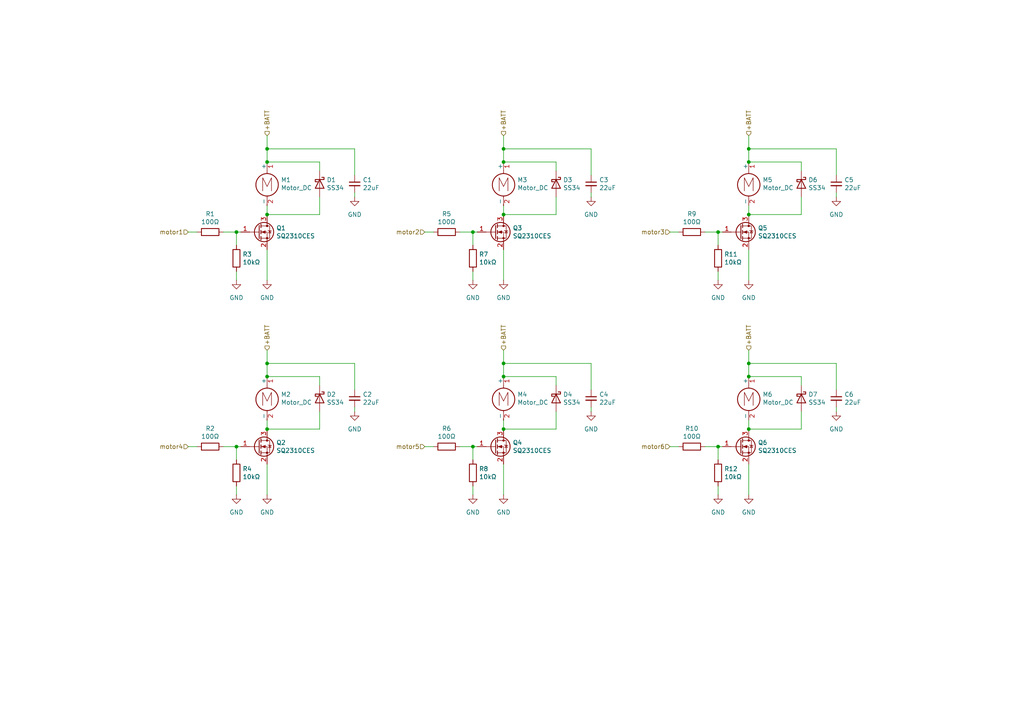
<source format=kicad_sch>
(kicad_sch (version 20231120) (generator "eeschema") (generator_version "8.0")
  (paper "A4")
  (lib_symbols
    (symbol "Device:C_Small" (pin_numbers hide) (pin_names (offset 0.254) hide)
      (property "Reference" "C" (at 0.254 1.778 0))
      (property "Value" "C_Small" (at 0.254 -2.032 0))
      (symbol "C_Small_0_1"
        (polyline (pts (xy -1.524 -0.508) (xy 1.524 -0.508)) (stroke (width 0.3302)))
        (polyline (pts (xy -1.524 0.508) (xy 1.524 0.508)) (stroke (width 0.3048)))
      )
      (symbol "C_Small_1_1"
        (pin passive line (at 0 2.54 270) (length 2.032) (name "~") (number "1"))
        (pin passive line (at 0 -2.54 90) (length 2.032) (name "~") (number "2"))
      )
    )
    (symbol "Device:D_Schottky" (pin_numbers hide) (pin_names (offset 1.016) hide)
      (property "Reference" "D" (at 0 2.54 0))
      (property "Value" "D_Schottky" (at 0 -2.54 0))
      (symbol "D_Schottky_0_1"
        (polyline (pts (xy 1.27 0) (xy -1.27 0)))
        (polyline (pts (xy 1.27 1.27) (xy 1.27 -1.27) (xy -1.27 0) (xy 1.27 1.27)) (stroke (width 0.254)))
        (polyline (pts (xy -1.905 0.635) (xy -1.905 1.27) (xy -1.27 1.27) (xy -1.27 -1.27) (xy -0.635 -1.27) (xy -0.635 -0.635)) (stroke (width 0.254)))
      )
      (symbol "D_Schottky_1_1"
        (pin passive line (at -3.81 0 0) (length 2.54) (name "K") (number "1"))
        (pin passive line (at 3.81 0 180) (length 2.54) (name "A") (number "2"))
      )
    )
    (symbol "Device:R" (pin_numbers hide) (pin_names (offset 0))
      (property "Reference" "R" (at 2.032 0 90))
      (property "Value" "R" (at 0 0 90))
      (symbol "R_0_1"
        (rectangle (start -1.016 -2.54) (end 1.016 2.54) (stroke (width 0.254)))
      )
      (symbol "R_1_1"
        (pin passive line (at 0 3.81 270) (length 1.27) (name "~") (number "1"))
        (pin passive line (at 0 -3.81 90) (length 1.27) (name "~") (number "2"))
      )
    )
    (symbol "GND_1" (power) (pin_numbers hide) (pin_names (offset 0) hide)
      (property "Value" "GND" (at 0 -3.81 0))
      (symbol "GND_1_0_1"
        (polyline (pts (xy 0 0) (xy 0 -1.27) (xy 1.27 -1.27) (xy 0 -2.54) (xy -1.27 -1.27) (xy 0 -1.27)))
      )
      (symbol "GND_1_1_1"
        (pin power_in line (at 0 0 270) (length 0) (name "~") (number "1"))
      )
    )
    (symbol "Motor:Motor_DC" (pin_names (offset 0))
      (property "Reference" "M" (at 2.54 2.54 0))
      (property "Value" "Motor_DC" (at 2.54 -5.08 0))
      (symbol "Motor_DC_0_0"
        (polyline (pts (xy -1.27 -3.302) (xy -1.27 0.508) (xy 0 -2.032) (xy 1.27 0.508) (xy 1.27 -3.302)))
      )
      (symbol "Motor_DC_0_1"
        (circle (center 0 -1.524) (radius 3.2512) (stroke (width 0.254)))
        (polyline (pts (xy 0 -7.62) (xy 0 -7.112)))
        (polyline (pts (xy 0 -4.7752) (xy 0 -5.1816)))
        (polyline (pts (xy 0 1.7272) (xy 0 2.0828)))
        (polyline (pts (xy 0 2.032) (xy 0 2.54)))
      )
      (symbol "Motor_DC_1_1"
        (pin passive line (at 0 5.08 270) (length 2.54) (name "+") (number "1"))
        (pin passive line (at 0 -7.62 90) (length 2.54) (name "-") (number "2"))
      )
    )
    (symbol "Transistor_FET:IRLML0030" (pin_names hide)
      (property "Reference" "Q" (at 5.08 1.905 0))
      (property "Value" "IRLML0030" (at 5.08 0 0))
      (symbol "IRLML0030_0_1"
        (polyline (pts (xy 0.254 0) (xy -2.54 0)))
        (polyline (pts (xy 0.254 1.905) (xy 0.254 -1.905)) (stroke (width 0.254)))
        (polyline (pts (xy 0.762 -1.27) (xy 0.762 -2.286)) (stroke (width 0.254)))
        (polyline (pts (xy 0.762 0.508) (xy 0.762 -0.508)) (stroke (width 0.254)))
        (polyline (pts (xy 0.762 2.286) (xy 0.762 1.27)) (stroke (width 0.254)))
        (polyline (pts (xy 2.54 2.54) (xy 2.54 1.778)))
        (polyline (pts (xy 2.54 -2.54) (xy 2.54 0) (xy 0.762 0)))
        (polyline (pts (xy 0.762 -1.778) (xy 3.302 -1.778) (xy 3.302 1.778) (xy 0.762 1.778)))
        (polyline (pts (xy 1.016 0) (xy 2.032 0.381) (xy 2.032 -0.381) (xy 1.016 0)) (fill (type outline)))
        (polyline (pts (xy 2.794 0.508) (xy 2.921 0.381) (xy 3.683 0.381) (xy 3.81 0.254)))
        (polyline (pts (xy 3.302 0.381) (xy 2.921 -0.254) (xy 3.683 -0.254) (xy 3.302 0.381)))
        (circle (center 1.651 0) (radius 2.794) (stroke (width 0.254)))
        (circle (center 2.54 -1.778) (radius 0.254) (fill (type outline)))
        (circle (center 2.54 1.778) (radius 0.254) (fill (type outline)))
      )
      (symbol "IRLML0030_1_1"
        (pin input line (at -5.08 0 0) (length 2.54) (name "G") (number "1"))
        (pin passive line (at 2.54 -5.08 90) (length 2.54) (name "S") (number "2"))
        (pin passive line (at 2.54 5.08 270) (length 2.54) (name "D") (number "3"))
      )
    )
  )
  (junction (at 77.47 124.46))
  (junction (at 68.58 129.54))
  (junction (at 77.47 46.99))
  (junction (at 217.17 124.46))
  (junction (at 77.47 105.41))
  (junction (at 217.17 105.41))
  (junction (at 217.17 109.22))
  (junction (at 77.47 109.22))
  (junction (at 146.05 46.99))
  (junction (at 146.05 43.18))
  (junction (at 208.28 129.54))
  (junction (at 208.28 67.31))
  (junction (at 68.58 67.31))
  (junction (at 217.17 62.23))
  (junction (at 146.05 105.41))
  (junction (at 146.05 62.23))
  (junction (at 146.05 109.22))
  (junction (at 137.16 129.54))
  (junction (at 217.17 46.99))
  (junction (at 77.47 62.23))
  (junction (at 217.17 43.18))
  (junction (at 77.47 43.18))
  (junction (at 146.05 124.46))
  (junction (at 137.16 67.31))
  (wire (pts (xy 161.29 46.99) (xy 161.29 49.53)))
  (wire (pts (xy 171.45 105.41) (xy 171.45 113.03)))
  (wire (pts (xy 137.16 71.12) (xy 137.16 67.31)))
  (wire (pts (xy 146.05 109.22) (xy 161.29 109.22)))
  (wire (pts (xy 123.19 129.54) (xy 125.73 129.54)))
  (wire (pts (xy 77.47 134.62) (xy 77.47 143.51)))
  (wire (pts (xy 68.58 129.54) (xy 69.85 129.54)))
  (wire (pts (xy 77.47 109.22) (xy 92.71 109.22)))
  (wire (pts (xy 232.41 119.38) (xy 232.41 124.46)))
  (wire (pts (xy 146.05 124.46) (xy 146.05 121.92)))
  (wire (pts (xy 137.16 78.74) (xy 137.16 81.28)))
  (wire (pts (xy 217.17 39.37) (xy 217.17 43.18)))
  (wire (pts (xy 146.05 46.99) (xy 161.29 46.99)))
  (wire (pts (xy 194.31 67.31) (xy 196.85 67.31)))
  (wire (pts (xy 133.35 67.31) (xy 137.16 67.31)))
  (wire (pts (xy 68.58 67.31) (xy 69.85 67.31)))
  (wire (pts (xy 217.17 101.6) (xy 217.17 105.41)))
  (wire (pts (xy 161.29 119.38) (xy 161.29 124.46)))
  (wire (pts (xy 64.77 129.54) (xy 68.58 129.54)))
  (wire (pts (xy 146.05 39.37) (xy 146.05 43.18)))
  (wire (pts (xy 68.58 133.35) (xy 68.58 129.54)))
  (wire (pts (xy 77.47 39.37) (xy 77.47 43.18)))
  (wire (pts (xy 171.45 118.11) (xy 171.45 119.38)))
  (wire (pts (xy 161.29 57.15) (xy 161.29 62.23)))
  (wire (pts (xy 102.87 105.41) (xy 102.87 113.03)))
  (wire (pts (xy 146.05 134.62) (xy 146.05 143.51)))
  (wire (pts (xy 204.47 67.31) (xy 208.28 67.31)))
  (wire (pts (xy 102.87 118.11) (xy 102.87 119.38)))
  (wire (pts (xy 92.71 109.22) (xy 92.71 111.76)))
  (wire (pts (xy 208.28 129.54) (xy 209.55 129.54)))
  (wire (pts (xy 217.17 43.18) (xy 242.57 43.18)))
  (wire (pts (xy 242.57 43.18) (xy 242.57 50.8)))
  (wire (pts (xy 137.16 129.54) (xy 138.43 129.54)))
  (wire (pts (xy 146.05 72.39) (xy 146.05 81.28)))
  (wire (pts (xy 64.77 67.31) (xy 68.58 67.31)))
  (wire (pts (xy 77.47 124.46) (xy 77.47 121.92)))
  (wire (pts (xy 217.17 59.69) (xy 217.17 62.23)))
  (wire (pts (xy 146.05 124.46) (xy 161.29 124.46)))
  (wire (pts (xy 68.58 71.12) (xy 68.58 67.31)))
  (wire (pts (xy 208.28 140.97) (xy 208.28 143.51)))
  (wire (pts (xy 137.16 67.31) (xy 138.43 67.31)))
  (wire (pts (xy 77.47 101.6) (xy 77.47 105.41)))
  (wire (pts (xy 92.71 46.99) (xy 92.71 49.53)))
  (wire (pts (xy 146.05 105.41) (xy 146.05 109.22)))
  (wire (pts (xy 232.41 57.15) (xy 232.41 62.23)))
  (wire (pts (xy 161.29 109.22) (xy 161.29 111.76)))
  (wire (pts (xy 217.17 109.22) (xy 232.41 109.22)))
  (wire (pts (xy 77.47 43.18) (xy 102.87 43.18)))
  (wire (pts (xy 137.16 140.97) (xy 137.16 143.51)))
  (wire (pts (xy 217.17 105.41) (xy 217.17 109.22)))
  (wire (pts (xy 102.87 55.88) (xy 102.87 57.15)))
  (wire (pts (xy 146.05 105.41) (xy 171.45 105.41)))
  (wire (pts (xy 242.57 118.11) (xy 242.57 119.38)))
  (wire (pts (xy 54.61 67.31) (xy 57.15 67.31)))
  (wire (pts (xy 232.41 109.22) (xy 232.41 111.76)))
  (wire (pts (xy 77.47 62.23) (xy 92.71 62.23)))
  (wire (pts (xy 123.19 67.31) (xy 125.73 67.31)))
  (wire (pts (xy 77.47 124.46) (xy 92.71 124.46)))
  (wire (pts (xy 77.47 105.41) (xy 77.47 109.22)))
  (wire (pts (xy 217.17 62.23) (xy 232.41 62.23)))
  (wire (pts (xy 92.71 119.38) (xy 92.71 124.46)))
  (wire (pts (xy 133.35 129.54) (xy 137.16 129.54)))
  (wire (pts (xy 146.05 43.18) (xy 171.45 43.18)))
  (wire (pts (xy 217.17 105.41) (xy 242.57 105.41)))
  (wire (pts (xy 171.45 55.88) (xy 171.45 57.15)))
  (wire (pts (xy 217.17 124.46) (xy 217.17 121.92)))
  (wire (pts (xy 242.57 55.88) (xy 242.57 57.15)))
  (wire (pts (xy 77.47 59.69) (xy 77.47 62.23)))
  (wire (pts (xy 242.57 105.41) (xy 242.57 113.03)))
  (wire (pts (xy 208.28 133.35) (xy 208.28 129.54)))
  (wire (pts (xy 217.17 43.18) (xy 217.17 46.99)))
  (wire (pts (xy 217.17 124.46) (xy 232.41 124.46)))
  (wire (pts (xy 77.47 105.41) (xy 102.87 105.41)))
  (wire (pts (xy 54.61 129.54) (xy 57.15 129.54)))
  (wire (pts (xy 77.47 72.39) (xy 77.47 81.28)))
  (wire (pts (xy 217.17 134.62) (xy 217.17 143.51)))
  (wire (pts (xy 208.28 78.74) (xy 208.28 81.28)))
  (wire (pts (xy 232.41 46.99) (xy 232.41 49.53)))
  (wire (pts (xy 194.31 129.54) (xy 196.85 129.54)))
  (wire (pts (xy 171.45 43.18) (xy 171.45 50.8)))
  (wire (pts (xy 77.47 43.18) (xy 77.47 46.99)))
  (wire (pts (xy 68.58 140.97) (xy 68.58 143.51)))
  (wire (pts (xy 208.28 67.31) (xy 209.55 67.31)))
  (wire (pts (xy 208.28 71.12) (xy 208.28 67.31)))
  (wire (pts (xy 146.05 43.18) (xy 146.05 46.99)))
  (wire (pts (xy 146.05 62.23) (xy 146.05 59.69)))
  (wire (pts (xy 137.16 133.35) (xy 137.16 129.54)))
  (wire (pts (xy 92.71 57.15) (xy 92.71 62.23)))
  (wire (pts (xy 146.05 101.6) (xy 146.05 105.41)))
  (wire (pts (xy 217.17 72.39) (xy 217.17 81.28)))
  (wire (pts (xy 102.87 43.18) (xy 102.87 50.8)))
  (wire (pts (xy 146.05 62.23) (xy 161.29 62.23)))
  (wire (pts (xy 204.47 129.54) (xy 208.28 129.54)))
  (wire (pts (xy 68.58 78.74) (xy 68.58 81.28)))
  (wire (pts (xy 77.47 46.99) (xy 92.71 46.99)))
  (wire (pts (xy 217.17 46.99) (xy 232.41 46.99)))
  (hierarchical_label "+BATT" (shape input) (at 77.47 101.6 90))
  (hierarchical_label "+BATT" (shape input) (at 77.47 39.37 90))
  (hierarchical_label "motor4" (shape input) (at 54.61 129.54 180))
  (hierarchical_label "motor6" (shape input) (at 194.31 129.54 180))
  (hierarchical_label "+BATT" (shape input) (at 217.17 101.6 90))
  (hierarchical_label "+BATT" (shape input) (at 217.17 39.37 90))
  (hierarchical_label "+BATT" (shape input) (at 146.05 101.6 90))
  (hierarchical_label "motor3" (shape input) (at 194.31 67.31 180))
  (hierarchical_label "+BATT" (shape input) (at 146.05 39.37 90))
  (hierarchical_label "motor5" (shape input) (at 123.19 129.54 180))
  (hierarchical_label "motor2" (shape input) (at 123.19 67.31 180))
  (hierarchical_label "motor1" (shape input) (at 54.61 67.31 180))
  (symbol (lib_id "Motor:Motor_DC") (at 217.17 114.3 0) (unit 1)
    (property "Reference" "M6" (at 221.1832 114.4016 0) (effects (justify left)))
    (property "Value" "Motor_DC" (at 221.1832 116.713 0) (effects (justify left)))
    (property "Footprint" "Connector_PinHeader_2.54mm:PinHeader_1x02_P2.54mm_Vertical" (effects (hide yes)))
    (property "Mounting Type" "THT" (effects (hide yes)))
    (property "Production Number" "PH1-02-UA" (effects (hide yes)))
    (property "Unit Price" "15" (effects (hide yes)))
    (property "MANUFACTURER" " Adam Tech" (effects (hide yes)))
    (property "Purchase link" "https://www.digikey.jp/ja/products/detail/adam-tech/PH1-02-UA/9830266?gad_source=1&gad_campaignid=20192530079&gbraid=0AAAAADrbLlgtIkA4cxTnt7mGl3Q6nRIg5&gclid=Cj0KCQjwyIPDBhDBARIsAHJyyVhLVLstbnU2Wh-M_b9xwOTgeIW_LbsexQkTcbUfKvA3PhqsGTlm_QcaAuVkEALw_wcB&gclsrc=aw.ds" (effects (hide yes)))
  )
  (symbol (lib_name "GND_1") (lib_id "power:GND") (at 102.87 57.15 0) (unit 1)
    (property "Reference" "#PWR022" (effects (hide yes)))
    (property "Value" "GND" (at 102.87 62.23 0))
    (property "Description" "Power symbol creates a global label with name \"GND\" , ground" (effects (hide yes)))
  )
  (symbol (lib_id "Device:R") (at 137.16 137.16 180) (unit 1)
    (property "Reference" "R8" (at 138.938 135.9916 0) (effects (justify right)))
    (property "Value" "10kΩ" (at 138.938 138.303 0) (effects (justify right)))
    (property "Footprint" "Resistor_SMD:R_0603_1608Metric" (effects (hide yes)))
    (property "Mounting Type" "SMD" (effects (hide yes)))
    (property "Production Number" "MCT06030D1002BP500 " (effects (hide yes)))
    (property "Unit Price" "22.1" (effects (hide yes)))
    (property "MANUFACTURER" "Vishay / Beyschlag " (effects (hide yes)))
    (property "Purchase link" "https://www.mouser.jp/ProductDetail/Vishay-Beyschlag/MCT06030D1002BP500?qs=ncxkyCpAYDAJSzgYSRSsnA%3D%3D" (effects (hide yes)))
  )
  (symbol (lib_name "GND_1") (lib_id "power:GND") (at 217.17 143.51 0) (unit 1)
    (property "Reference" "#PWR036" (effects (hide yes)))
    (property "Value" "GND" (at 217.17 148.59 0))
    (property "Description" "Power symbol creates a global label with name \"GND\" , ground" (effects (hide yes)))
  )
  (symbol (lib_name "GND_1") (lib_id "power:GND") (at 171.45 57.15 0) (unit 1)
    (property "Reference" "#PWR031" (effects (hide yes)))
    (property "Value" "GND" (at 171.45 62.23 0))
    (property "Description" "Power symbol creates a global label with name \"GND\" , ground" (effects (hide yes)))
  )
  (symbol (lib_id "Device:R") (at 60.96 67.31 270) (unit 1)
    (property "Reference" "R1" (at 60.96 62.0522 90))
    (property "Value" "100Ω" (at 60.96 64.3636 90))
    (property "Footprint" "Resistor_SMD:R_0603_1608Metric" (effects (hide yes)))
    (property "Mounting Type" "SMD" (effects (hide yes)))
    (property "Production Number" "CR0603-JW-101ELF " (effects (hide yes)))
    (property "Unit Price" "15.8" (effects (hide yes)))
    (property "MANUFACTURER" "Bourns " (effects (hide yes)))
    (property "Purchase link" "https://www.mouser.jp/ProductDetail/Bourns/CR0603-JW-101ELF?qs=jAUlru4btJFOerhakJcyhQ%3D%3D" (effects (hide yes)))
  )
  (symbol (lib_name "GND_1") (lib_id "power:GND") (at 68.58 143.51 0) (unit 1)
    (property "Reference" "#PWR019" (effects (hide yes)))
    (property "Value" "GND" (at 68.58 148.59 0))
    (property "Description" "Power symbol creates a global label with name \"GND\" , ground" (effects (hide yes)))
  )
  (symbol (lib_name "GND_1") (lib_id "power:GND") (at 146.05 143.51 0) (unit 1)
    (property "Reference" "#PWR030" (effects (hide yes)))
    (property "Value" "GND" (at 146.05 148.59 0))
    (property "Description" "Power symbol creates a global label with name \"GND\" , ground" (effects (hide yes)))
  )
  (symbol (lib_name "GND_1") (lib_id "power:GND") (at 217.17 81.28 0) (unit 1)
    (property "Reference" "#PWR035" (effects (hide yes)))
    (property "Value" "GND" (at 217.17 86.36 0))
    (property "Description" "Power symbol creates a global label with name \"GND\" , ground" (effects (hide yes)))
  )
  (symbol (lib_id "Transistor_FET:IRLML0030") (at 74.93 129.54 0) (unit 1)
    (property "Reference" "Q2" (at 80.137 128.3716 0) (effects (justify left)))
    (property "Value" "SQ2310CES" (at 80.137 130.683 0) (effects (justify left)))
    (property "Footprint" "Package_TO_SOT_SMD:SOT-23" (effects (hide yes)))
    (property "Datasheet" "https://www.infineon.com/dgdl/irlml0030pbf.pdf?fileId=5546d462533600a401535664773825df" (effects (hide yes)))
    (property "Mounting Type" "SMD" (effects (hide yes)))
    (property "Production Number" "SQ2310CES-T1_GE3 " (effects (hide yes)))
    (property "Unit Price" "75.8" (effects (hide yes)))
    (property "MANUFACTURER" "Vishay / Siliconix " (effects (hide yes)))
    (property "Purchase link" "https://www.mouser.jp/ProductDetail/Vishay-Siliconix/SQ2310CES-T1_GE3?qs=Imq1NPwxi74Lc2AIGZ7l8A%3D%3D" (effects (hide yes)))
  )
  (symbol (lib_name "GND_1") (lib_id "power:GND") (at 77.47 81.28 0) (unit 1)
    (property "Reference" "#PWR020" (effects (hide yes)))
    (property "Value" "GND" (at 77.47 86.36 0))
    (property "Description" "Power symbol creates a global label with name \"GND\" , ground" (effects (hide yes)))
  )
  (symbol (lib_id "Device:D_Schottky") (at 92.71 53.34 270) (unit 1)
    (property "Reference" "D1" (at 94.742 52.1716 90) (effects (justify left)))
    (property "Value" "SS34" (at 94.742 54.483 90) (effects (justify left)))
    (property "Footprint" "Diode_SMD:D_SOD-123F" (effects (hide yes)))
    (property "Vendor" "https://www.mouser.jp/ProductDetail/onsemi-Fairchild/SS34?qs=2ONuHmP%2FXzb3ub11UdFfdQ%3D%3D&srsltid=AfmBOop4ud1ItcB-HYMCmTOmqkT8PGUqx9dmA59F7xl38_CdzAgJf0R1&_gl=1*1arwo9r*_ga*MTQ5MzU3NjA1OS4xNzM4NzIyMDQ4*_ga_15W4STQT4T*MTc0MjQyODU5Ny41LjAuMTc0MjQyODU5OS41OC4wLjA." (effects (hide yes)))
    (property "Mounting Type" "SMD" (effects (hide yes)))
    (property "Production Number" "SS34FA " (effects (hide yes)))
    (property "Unit Price" "56.9" (effects (hide yes)))
    (property "MANUFACTURER" " onsemi / Fairchild " (effects (hide yes)))
    (property "Purchase link" "https://www.mouser.jp/ProductDetail/onsemi-Fairchild/SS34FA?qs=R26iFe%2FkX%2FK1QUwZdCmBBw%3D%3D" (effects (hide yes)))
  )
  (symbol (lib_name "GND_1") (lib_id "power:GND") (at 242.57 57.15 0) (unit 1)
    (property "Reference" "#PWR037" (effects (hide yes)))
    (property "Value" "GND" (at 242.57 62.23 0))
    (property "Description" "Power symbol creates a global label with name \"GND\" , ground" (effects (hide yes)))
  )
  (symbol (lib_id "Device:R") (at 208.28 137.16 180) (unit 1)
    (property "Reference" "R12" (at 210.058 135.9916 0) (effects (justify right)))
    (property "Value" "10kΩ" (at 210.058 138.303 0) (effects (justify right)))
    (property "Footprint" "Resistor_SMD:R_0603_1608Metric" (effects (hide yes)))
    (property "Mounting Type" "SMD" (effects (hide yes)))
    (property "Production Number" "MCT06030D1002BP500 " (effects (hide yes)))
    (property "Unit Price" "22.1" (effects (hide yes)))
    (property "MANUFACTURER" "Vishay / Beyschlag " (effects (hide yes)))
    (property "Purchase link" "https://www.mouser.jp/ProductDetail/Vishay-Beyschlag/MCT06030D1002BP500?qs=ncxkyCpAYDAJSzgYSRSsnA%3D%3D" (effects (hide yes)))
  )
  (symbol (lib_name "GND_1") (lib_id "power:GND") (at 137.16 81.28 0) (unit 1)
    (property "Reference" "#PWR024" (effects (hide yes)))
    (property "Value" "GND" (at 137.16 86.36 0))
    (property "Description" "Power symbol creates a global label with name \"GND\" , ground" (effects (hide yes)))
  )
  (symbol (lib_id "Motor:Motor_DC") (at 146.05 52.07 0) (unit 1)
    (property "Reference" "M3" (at 150.0632 52.1716 0) (effects (justify left)))
    (property "Value" "Motor_DC" (at 150.0632 54.483 0) (effects (justify left)))
    (property "Footprint" "Connector_PinHeader_2.54mm:PinHeader_1x02_P2.54mm_Vertical" (effects (hide yes)))
    (property "Mounting Type" "THT" (effects (hide yes)))
    (property "Production Number" "PH1-02-UA" (effects (hide yes)))
    (property "Unit Price" "15" (effects (hide yes)))
    (property "MANUFACTURER" " Adam Tech" (effects (hide yes)))
    (property "Purchase link" "https://www.digikey.jp/ja/products/detail/adam-tech/PH1-02-UA/9830266?gad_source=1&gad_campaignid=20192530079&gbraid=0AAAAADrbLlgtIkA4cxTnt7mGl3Q6nRIg5&gclid=Cj0KCQjwyIPDBhDBARIsAHJyyVhLVLstbnU2Wh-M_b9xwOTgeIW_LbsexQkTcbUfKvA3PhqsGTlm_QcaAuVkEALw_wcB&gclsrc=aw.ds" (effects (hide yes)))
  )
  (symbol (lib_id "Device:C_Small") (at 102.87 53.34 0) (unit 1)
    (property "Reference" "C1" (at 105.2068 52.1716 0) (effects (justify left)))
    (property "Value" "22uF" (at 105.2068 54.483 0) (effects (justify left)))
    (property "Footprint" "Capacitor_SMD:C_0603_1608Metric" (effects (hide yes)))
    (property "Datasheet" "https://www.mouser.jp/datasheet/2/40/cx5r_KGM-3223198.pdf" (effects (hide yes)))
    (property "MANUFACTURER" "KYOCERA AVX " (effects (hide yes)))
    (property "Mounting Type" "SMD" (effects (hide yes)))
    (property "Production Number" "0603ZD226MAT2A " (effects (hide yes)))
    (property "Purchase link" "https://www.mouser.jp/ProductDetail/KYOCERA-AVX/0603ZD226MAT2A?qs=sSYV1F9c5cE%2FKdrrBmQkqw%3D%3D" (effects (hide yes)))
    (property "Unit Price" "36.3" (effects (hide yes)))
  )
  (symbol (lib_id "Transistor_FET:IRLML0030") (at 74.93 67.31 0) (unit 1)
    (property "Reference" "Q1" (at 80.137 66.1416 0) (effects (justify left)))
    (property "Value" "SQ2310CES" (at 80.137 68.453 0) (effects (justify left)))
    (property "Footprint" "Package_TO_SOT_SMD:SOT-23" (effects (hide yes)))
    (property "Datasheet" "https://www.infineon.com/dgdl/irlml0030pbf.pdf?fileId=5546d462533600a401535664773825df" (effects (hide yes)))
    (property "Mounting Type" "SMD" (effects (hide yes)))
    (property "Production Number" "SQ2310CES-T1_GE3 " (effects (hide yes)))
    (property "Unit Price" "75.8" (effects (hide yes)))
    (property "MANUFACTURER" "Vishay / Siliconix " (effects (hide yes)))
    (property "Purchase link" "https://www.mouser.jp/ProductDetail/Vishay-Siliconix/SQ2310CES-T1_GE3?qs=Imq1NPwxi74Lc2AIGZ7l8A%3D%3D" (effects (hide yes)))
  )
  (symbol (lib_name "GND_1") (lib_id "power:GND") (at 208.28 81.28 0) (unit 1)
    (property "Reference" "#PWR033" (effects (hide yes)))
    (property "Value" "GND" (at 208.28 86.36 0))
    (property "Description" "Power symbol creates a global label with name \"GND\" , ground" (effects (hide yes)))
  )
  (symbol (lib_id "Device:R") (at 60.96 129.54 270) (unit 1)
    (property "Reference" "R2" (at 60.96 124.2822 90))
    (property "Value" "100Ω" (at 60.96 126.5936 90))
    (property "Footprint" "Resistor_SMD:R_0603_1608Metric" (effects (hide yes)))
    (property "Mounting Type" "SMD" (effects (hide yes)))
    (property "Production Number" "CR0603-JW-101ELF " (effects (hide yes)))
    (property "Unit Price" "15.8" (effects (hide yes)))
    (property "MANUFACTURER" "Bourns " (effects (hide yes)))
    (property "Purchase link" "https://www.mouser.jp/ProductDetail/Bourns/CR0603-JW-101ELF?qs=jAUlru4btJFOerhakJcyhQ%3D%3D" (effects (hide yes)))
  )
  (symbol (lib_id "Device:R") (at 129.54 129.54 270) (unit 1)
    (property "Reference" "R6" (at 129.54 124.2822 90))
    (property "Value" "100Ω" (at 129.54 126.5936 90))
    (property "Footprint" "Resistor_SMD:R_0603_1608Metric" (effects (hide yes)))
    (property "Mounting Type" "SMD" (effects (hide yes)))
    (property "Production Number" "CR0603-JW-101ELF " (effects (hide yes)))
    (property "Unit Price" "15.8" (effects (hide yes)))
    (property "MANUFACTURER" "Bourns " (effects (hide yes)))
    (property "Purchase link" "https://www.mouser.jp/ProductDetail/Bourns/CR0603-JW-101ELF?qs=jAUlru4btJFOerhakJcyhQ%3D%3D" (effects (hide yes)))
  )
  (symbol (lib_id "Device:C_Small") (at 242.57 115.57 0) (unit 1)
    (property "Reference" "C6" (at 244.9068 114.4016 0) (effects (justify left)))
    (property "Value" "22uF" (at 244.9068 116.713 0) (effects (justify left)))
    (property "Footprint" "Capacitor_SMD:C_0603_1608Metric" (effects (hide yes)))
    (property "Datasheet" "https://www.mouser.jp/datasheet/2/40/cx5r_KGM-3223198.pdf" (effects (hide yes)))
    (property "MANUFACTURER" "KYOCERA AVX " (effects (hide yes)))
    (property "Mounting Type" "SMD" (effects (hide yes)))
    (property "Production Number" "0603ZD226MAT2A " (effects (hide yes)))
    (property "Purchase link" "https://www.mouser.jp/ProductDetail/KYOCERA-AVX/0603ZD226MAT2A?qs=sSYV1F9c5cE%2FKdrrBmQkqw%3D%3D" (effects (hide yes)))
    (property "Unit Price" "36.3" (effects (hide yes)))
  )
  (symbol (lib_id "Transistor_FET:IRLML0030") (at 143.51 129.54 0) (unit 1)
    (property "Reference" "Q4" (at 148.717 128.3716 0) (effects (justify left)))
    (property "Value" "SQ2310CES" (at 148.717 130.683 0) (effects (justify left)))
    (property "Footprint" "Package_TO_SOT_SMD:SOT-23" (effects (hide yes)))
    (property "Datasheet" "https://www.infineon.com/dgdl/irlml0030pbf.pdf?fileId=5546d462533600a401535664773825df" (effects (hide yes)))
    (property "Mounting Type" "SMD" (effects (hide yes)))
    (property "Production Number" "SQ2310CES-T1_GE3 " (effects (hide yes)))
    (property "Unit Price" "75.8" (effects (hide yes)))
    (property "MANUFACTURER" "Vishay / Siliconix " (effects (hide yes)))
    (property "Purchase link" "https://www.mouser.jp/ProductDetail/Vishay-Siliconix/SQ2310CES-T1_GE3?qs=Imq1NPwxi74Lc2AIGZ7l8A%3D%3D" (effects (hide yes)))
  )
  (symbol (lib_id "Motor:Motor_DC") (at 217.17 52.07 0) (unit 1)
    (property "Reference" "M5" (at 221.1832 52.1716 0) (effects (justify left)))
    (property "Value" "Motor_DC" (at 221.1832 54.483 0) (effects (justify left)))
    (property "Footprint" "Connector_PinHeader_2.54mm:PinHeader_1x02_P2.54mm_Vertical" (effects (hide yes)))
    (property "Mounting Type" "THT" (effects (hide yes)))
    (property "Production Number" "PH1-02-UA" (effects (hide yes)))
    (property "Unit Price" "15" (effects (hide yes)))
    (property "MANUFACTURER" " Adam Tech" (effects (hide yes)))
    (property "Purchase link" "https://www.digikey.jp/ja/products/detail/adam-tech/PH1-02-UA/9830266?gad_source=1&gad_campaignid=20192530079&gbraid=0AAAAADrbLlgtIkA4cxTnt7mGl3Q6nRIg5&gclid=Cj0KCQjwyIPDBhDBARIsAHJyyVhLVLstbnU2Wh-M_b9xwOTgeIW_LbsexQkTcbUfKvA3PhqsGTlm_QcaAuVkEALw_wcB&gclsrc=aw.ds" (effects (hide yes)))
  )
  (symbol (lib_id "Device:R") (at 208.28 74.93 180) (unit 1)
    (property "Reference" "R11" (at 210.058 73.7616 0) (effects (justify right)))
    (property "Value" "10kΩ" (at 210.058 76.073 0) (effects (justify right)))
    (property "Footprint" "Resistor_SMD:R_0603_1608Metric" (effects (hide yes)))
    (property "Mounting Type" "SMD" (effects (hide yes)))
    (property "Production Number" "MCT06030D1002BP500 " (effects (hide yes)))
    (property "Unit Price" "22.1" (effects (hide yes)))
    (property "MANUFACTURER" "Vishay / Beyschlag " (effects (hide yes)))
    (property "Purchase link" "https://www.mouser.jp/ProductDetail/Vishay-Beyschlag/MCT06030D1002BP500?qs=ncxkyCpAYDAJSzgYSRSsnA%3D%3D" (effects (hide yes)))
  )
  (symbol (lib_id "Transistor_FET:IRLML0030") (at 143.51 67.31 0) (unit 1)
    (property "Reference" "Q3" (at 148.717 66.1416 0) (effects (justify left)))
    (property "Value" "SQ2310CES" (at 148.717 68.453 0) (effects (justify left)))
    (property "Footprint" "Package_TO_SOT_SMD:SOT-23" (effects (hide yes)))
    (property "Datasheet" "https://www.infineon.com/dgdl/irlml0030pbf.pdf?fileId=5546d462533600a401535664773825df" (effects (hide yes)))
    (property "Mounting Type" "SMD" (effects (hide yes)))
    (property "Production Number" "SQ2310CES-T1_GE3 " (effects (hide yes)))
    (property "Unit Price" "75.8" (effects (hide yes)))
    (property "MANUFACTURER" "Vishay / Siliconix " (effects (hide yes)))
    (property "Purchase link" "https://www.mouser.jp/ProductDetail/Vishay-Siliconix/SQ2310CES-T1_GE3?qs=Imq1NPwxi74Lc2AIGZ7l8A%3D%3D" (effects (hide yes)))
  )
  (symbol (lib_id "Device:R") (at 68.58 74.93 180) (unit 1)
    (property "Reference" "R3" (at 70.358 73.7616 0) (effects (justify right)))
    (property "Value" "10kΩ" (at 70.358 76.073 0) (effects (justify right)))
    (property "Footprint" "Resistor_SMD:R_0603_1608Metric" (effects (hide yes)))
    (property "Mounting Type" "SMD" (effects (hide yes)))
    (property "Production Number" "MCT06030D1002BP500 " (effects (hide yes)))
    (property "Unit Price" "22.1" (effects (hide yes)))
    (property "MANUFACTURER" "Vishay / Beyschlag " (effects (hide yes)))
    (property "Purchase link" "https://www.mouser.jp/ProductDetail/Vishay-Beyschlag/MCT06030D1002BP500?qs=ncxkyCpAYDAJSzgYSRSsnA%3D%3D" (effects (hide yes)))
  )
  (symbol (lib_id "Device:C_Small") (at 171.45 115.57 0) (unit 1)
    (property "Reference" "C4" (at 173.7868 114.4016 0) (effects (justify left)))
    (property "Value" "22uF" (at 173.7868 116.713 0) (effects (justify left)))
    (property "Footprint" "Capacitor_SMD:C_0603_1608Metric" (effects (hide yes)))
    (property "Datasheet" "https://www.mouser.jp/datasheet/2/40/cx5r_KGM-3223198.pdf" (effects (hide yes)))
    (property "MANUFACTURER" "KYOCERA AVX " (effects (hide yes)))
    (property "Mounting Type" "SMD" (effects (hide yes)))
    (property "Production Number" "0603ZD226MAT2A " (effects (hide yes)))
    (property "Purchase link" "https://www.mouser.jp/ProductDetail/KYOCERA-AVX/0603ZD226MAT2A?qs=sSYV1F9c5cE%2FKdrrBmQkqw%3D%3D" (effects (hide yes)))
    (property "Unit Price" "36.3" (effects (hide yes)))
  )
  (symbol (lib_id "Device:C_Small") (at 171.45 53.34 0) (unit 1)
    (property "Reference" "C3" (at 173.7868 52.1716 0) (effects (justify left)))
    (property "Value" "22uF" (at 173.7868 54.483 0) (effects (justify left)))
    (property "Footprint" "Capacitor_SMD:C_0603_1608Metric" (effects (hide yes)))
    (property "Datasheet" "https://www.mouser.jp/datasheet/2/40/cx5r_KGM-3223198.pdf" (effects (hide yes)))
    (property "MANUFACTURER" "KYOCERA AVX " (effects (hide yes)))
    (property "Mounting Type" "SMD" (effects (hide yes)))
    (property "Production Number" "0603ZD226MAT2A " (effects (hide yes)))
    (property "Purchase link" "https://www.mouser.jp/ProductDetail/KYOCERA-AVX/0603ZD226MAT2A?qs=sSYV1F9c5cE%2FKdrrBmQkqw%3D%3D" (effects (hide yes)))
    (property "Unit Price" "36.3" (effects (hide yes)))
  )
  (symbol (lib_name "GND_1") (lib_id "power:GND") (at 171.45 119.38 0) (unit 1)
    (property "Reference" "#PWR032" (effects (hide yes)))
    (property "Value" "GND" (at 171.45 124.46 0))
    (property "Description" "Power symbol creates a global label with name \"GND\" , ground" (effects (hide yes)))
  )
  (symbol (lib_id "Device:D_Schottky") (at 161.29 53.34 270) (unit 1)
    (property "Reference" "D3" (at 163.322 52.1716 90) (effects (justify left)))
    (property "Value" "SS34" (at 163.322 54.483 90) (effects (justify left)))
    (property "Footprint" "Diode_SMD:D_SOD-123F" (effects (hide yes)))
    (property "Vendor" "https://www.mouser.jp/ProductDetail/onsemi-Fairchild/SS34?qs=2ONuHmP%2FXzb3ub11UdFfdQ%3D%3D&srsltid=AfmBOop4ud1ItcB-HYMCmTOmqkT8PGUqx9dmA59F7xl38_CdzAgJf0R1&_gl=1*1arwo9r*_ga*MTQ5MzU3NjA1OS4xNzM4NzIyMDQ4*_ga_15W4STQT4T*MTc0MjQyODU5Ny41LjAuMTc0MjQyODU5OS41OC4wLjA." (effects (hide yes)))
    (property "Mounting Type" "SMD" (effects (hide yes)))
    (property "Production Number" "SS34FA " (effects (hide yes)))
    (property "Unit Price" "56.9" (effects (hide yes)))
    (property "MANUFACTURER" " onsemi / Fairchild " (effects (hide yes)))
    (property "Purchase link" "https://www.mouser.jp/ProductDetail/onsemi-Fairchild/SS34FA?qs=R26iFe%2FkX%2FK1QUwZdCmBBw%3D%3D" (effects (hide yes)))
  )
  (symbol (lib_name "GND_1") (lib_id "power:GND") (at 208.28 143.51 0) (unit 1)
    (property "Reference" "#PWR034" (effects (hide yes)))
    (property "Value" "GND" (at 208.28 148.59 0))
    (property "Description" "Power symbol creates a global label with name \"GND\" , ground" (effects (hide yes)))
  )
  (symbol (lib_id "Device:D_Schottky") (at 161.29 115.57 270) (unit 1)
    (property "Reference" "D4" (at 163.322 114.4016 90) (effects (justify left)))
    (property "Value" "SS34" (at 163.322 116.713 90) (effects (justify left)))
    (property "Footprint" "Diode_SMD:D_SOD-123F" (effects (hide yes)))
    (property "Vendor" "https://www.mouser.jp/ProductDetail/onsemi-Fairchild/SS34?qs=2ONuHmP%2FXzb3ub11UdFfdQ%3D%3D&srsltid=AfmBOop4ud1ItcB-HYMCmTOmqkT8PGUqx9dmA59F7xl38_CdzAgJf0R1&_gl=1*1arwo9r*_ga*MTQ5MzU3NjA1OS4xNzM4NzIyMDQ4*_ga_15W4STQT4T*MTc0MjQyODU5Ny41LjAuMTc0MjQyODU5OS41OC4wLjA." (effects (hide yes)))
    (property "Mounting Type" "SMD" (effects (hide yes)))
    (property "Production Number" "SS34FA " (effects (hide yes)))
    (property "Unit Price" "56.9" (effects (hide yes)))
    (property "MANUFACTURER" " onsemi / Fairchild " (effects (hide yes)))
    (property "Purchase link" "https://www.mouser.jp/ProductDetail/onsemi-Fairchild/SS34FA?qs=R26iFe%2FkX%2FK1QUwZdCmBBw%3D%3D" (effects (hide yes)))
  )
  (symbol (lib_id "Transistor_FET:IRLML0030") (at 214.63 67.31 0) (unit 1)
    (property "Reference" "Q5" (at 219.837 66.1416 0) (effects (justify left)))
    (property "Value" "SQ2310CES" (at 219.837 68.453 0) (effects (justify left)))
    (property "Footprint" "Package_TO_SOT_SMD:SOT-23" (effects (hide yes)))
    (property "Datasheet" "https://www.infineon.com/dgdl/irlml0030pbf.pdf?fileId=5546d462533600a401535664773825df" (effects (hide yes)))
    (property "Mounting Type" "SMD" (effects (hide yes)))
    (property "Production Number" "SQ2310CES-T1_GE3 " (effects (hide yes)))
    (property "Unit Price" "75.8" (effects (hide yes)))
    (property "MANUFACTURER" "Vishay / Siliconix " (effects (hide yes)))
    (property "Purchase link" "https://www.mouser.jp/ProductDetail/Vishay-Siliconix/SQ2310CES-T1_GE3?qs=Imq1NPwxi74Lc2AIGZ7l8A%3D%3D" (effects (hide yes)))
  )
  (symbol (lib_id "Device:C_Small") (at 242.57 53.34 0) (unit 1)
    (property "Reference" "C5" (at 244.9068 52.1716 0) (effects (justify left)))
    (property "Value" "22uF" (at 244.9068 54.483 0) (effects (justify left)))
    (property "Footprint" "Capacitor_SMD:C_0603_1608Metric" (effects (hide yes)))
    (property "Datasheet" "https://www.mouser.jp/datasheet/2/40/cx5r_KGM-3223198.pdf" (effects (hide yes)))
    (property "MANUFACTURER" "KYOCERA AVX " (effects (hide yes)))
    (property "Mounting Type" "SMD" (effects (hide yes)))
    (property "Production Number" "0603ZD226MAT2A " (effects (hide yes)))
    (property "Purchase link" "https://www.mouser.jp/ProductDetail/KYOCERA-AVX/0603ZD226MAT2A?qs=sSYV1F9c5cE%2FKdrrBmQkqw%3D%3D" (effects (hide yes)))
    (property "Unit Price" "36.3" (effects (hide yes)))
  )
  (symbol (lib_name "GND_1") (lib_id "power:GND") (at 77.47 143.51 0) (unit 1)
    (property "Reference" "#PWR021" (effects (hide yes)))
    (property "Value" "GND" (at 77.47 148.59 0))
    (property "Description" "Power symbol creates a global label with name \"GND\" , ground" (effects (hide yes)))
  )
  (symbol (lib_name "GND_1") (lib_id "power:GND") (at 68.58 81.28 0) (unit 1)
    (property "Reference" "#PWR018" (effects (hide yes)))
    (property "Value" "GND" (at 68.58 86.36 0))
    (property "Description" "Power symbol creates a global label with name \"GND\" , ground" (effects (hide yes)))
  )
  (symbol (lib_name "GND_1") (lib_id "power:GND") (at 137.16 143.51 0) (unit 1)
    (property "Reference" "#PWR028" (effects (hide yes)))
    (property "Value" "GND" (at 137.16 148.59 0))
    (property "Description" "Power symbol creates a global label with name \"GND\" , ground" (effects (hide yes)))
  )
  (symbol (lib_id "Motor:Motor_DC") (at 77.47 52.07 0) (unit 1)
    (property "Reference" "M1" (at 81.4832 52.1716 0) (effects (justify left)))
    (property "Value" "Motor_DC" (at 81.4832 54.483 0) (effects (justify left)))
    (property "Footprint" "Connector_PinHeader_2.54mm:PinHeader_1x02_P2.54mm_Vertical" (effects (hide yes)))
    (property "Mounting Type" "THT" (effects (hide yes)))
    (property "Production Number" "PH1-02-UA" (effects (hide yes)))
    (property "Unit Price" "15" (effects (hide yes)))
    (property "MANUFACTURER" " Adam Tech" (effects (hide yes)))
    (property "Purchase link" "https://www.digikey.jp/ja/products/detail/adam-tech/PH1-02-UA/9830266?gad_source=1&gad_campaignid=20192530079&gbraid=0AAAAADrbLlgtIkA4cxTnt7mGl3Q6nRIg5&gclid=Cj0KCQjwyIPDBhDBARIsAHJyyVhLVLstbnU2Wh-M_b9xwOTgeIW_LbsexQkTcbUfKvA3PhqsGTlm_QcaAuVkEALw_wcB&gclsrc=aw.ds" (effects (hide yes)))
  )
  (symbol (lib_id "Transistor_FET:IRLML0030") (at 214.63 129.54 0) (unit 1)
    (property "Reference" "Q6" (at 219.837 128.3716 0) (effects (justify left)))
    (property "Value" "SQ2310CES" (at 219.837 130.683 0) (effects (justify left)))
    (property "Footprint" "Package_TO_SOT_SMD:SOT-23" (effects (hide yes)))
    (property "Datasheet" "https://www.infineon.com/dgdl/irlml0030pbf.pdf?fileId=5546d462533600a401535664773825df" (effects (hide yes)))
    (property "Mounting Type" "SMD" (effects (hide yes)))
    (property "Production Number" "SQ2310CES-T1_GE3 " (effects (hide yes)))
    (property "Unit Price" "75.8" (effects (hide yes)))
    (property "MANUFACTURER" "Vishay / Siliconix " (effects (hide yes)))
    (property "Purchase link" "https://www.mouser.jp/ProductDetail/Vishay-Siliconix/SQ2310CES-T1_GE3?qs=Imq1NPwxi74Lc2AIGZ7l8A%3D%3D" (effects (hide yes)))
  )
  (symbol (lib_id "Device:D_Schottky") (at 232.41 115.57 270) (unit 1)
    (property "Reference" "D7" (at 234.442 114.4016 90) (effects (justify left)))
    (property "Value" "SS34" (at 234.442 116.713 90) (effects (justify left)))
    (property "Footprint" "Diode_SMD:D_SOD-123F" (effects (hide yes)))
    (property "Vendor" "https://www.mouser.jp/ProductDetail/onsemi-Fairchild/SS34?qs=2ONuHmP%2FXzb3ub11UdFfdQ%3D%3D&srsltid=AfmBOop4ud1ItcB-HYMCmTOmqkT8PGUqx9dmA59F7xl38_CdzAgJf0R1&_gl=1*1arwo9r*_ga*MTQ5MzU3NjA1OS4xNzM4NzIyMDQ4*_ga_15W4STQT4T*MTc0MjQyODU5Ny41LjAuMTc0MjQyODU5OS41OC4wLjA." (effects (hide yes)))
    (property "Mounting Type" "SMD" (effects (hide yes)))
    (property "Production Number" "SS34FA " (effects (hide yes)))
    (property "Unit Price" "56.9" (effects (hide yes)))
    (property "MANUFACTURER" " onsemi / Fairchild " (effects (hide yes)))
    (property "Purchase link" "https://www.mouser.jp/ProductDetail/onsemi-Fairchild/SS34FA?qs=R26iFe%2FkX%2FK1QUwZdCmBBw%3D%3D" (effects (hide yes)))
  )
  (symbol (lib_name "GND_1") (lib_id "power:GND") (at 102.87 119.38 0) (unit 1)
    (property "Reference" "#PWR023" (effects (hide yes)))
    (property "Value" "GND" (at 102.87 124.46 0))
    (property "Description" "Power symbol creates a global label with name \"GND\" , ground" (effects (hide yes)))
  )
  (symbol (lib_id "Device:C_Small") (at 102.87 115.57 0) (unit 1)
    (property "Reference" "C2" (at 105.2068 114.4016 0) (effects (justify left)))
    (property "Value" "22uF" (at 105.2068 116.713 0) (effects (justify left)))
    (property "Footprint" "Capacitor_SMD:C_0603_1608Metric" (effects (hide yes)))
    (property "Datasheet" "https://www.mouser.jp/datasheet/2/40/cx5r_KGM-3223198.pdf" (effects (hide yes)))
    (property "MANUFACTURER" "KYOCERA AVX " (effects (hide yes)))
    (property "Mounting Type" "SMD" (effects (hide yes)))
    (property "Production Number" "0603ZD226MAT2A " (effects (hide yes)))
    (property "Purchase link" "https://www.mouser.jp/ProductDetail/KYOCERA-AVX/0603ZD226MAT2A?qs=sSYV1F9c5cE%2FKdrrBmQkqw%3D%3D" (effects (hide yes)))
    (property "Unit Price" "36.3" (effects (hide yes)))
  )
  (symbol (lib_id "Motor:Motor_DC") (at 146.05 114.3 0) (unit 1)
    (property "Reference" "M4" (at 150.0632 114.4016 0) (effects (justify left)))
    (property "Value" "Motor_DC" (at 150.0632 116.713 0) (effects (justify left)))
    (property "Footprint" "Connector_PinHeader_2.54mm:PinHeader_1x02_P2.54mm_Vertical" (effects (hide yes)))
    (property "Mounting Type" "THT" (effects (hide yes)))
    (property "Production Number" "PH1-02-UA" (effects (hide yes)))
    (property "Unit Price" "15" (effects (hide yes)))
    (property "MANUFACTURER" " Adam Tech" (effects (hide yes)))
    (property "Purchase link" "https://www.digikey.jp/ja/products/detail/adam-tech/PH1-02-UA/9830266?gad_source=1&gad_campaignid=20192530079&gbraid=0AAAAADrbLlgtIkA4cxTnt7mGl3Q6nRIg5&gclid=Cj0KCQjwyIPDBhDBARIsAHJyyVhLVLstbnU2Wh-M_b9xwOTgeIW_LbsexQkTcbUfKvA3PhqsGTlm_QcaAuVkEALw_wcB&gclsrc=aw.ds" (effects (hide yes)))
  )
  (symbol (lib_id "Device:D_Schottky") (at 232.41 53.34 270) (unit 1)
    (property "Reference" "D6" (at 234.442 52.1716 90) (effects (justify left)))
    (property "Value" "SS34" (at 234.442 54.483 90) (effects (justify left)))
    (property "Footprint" "Diode_SMD:D_SOD-123F" (effects (hide yes)))
    (property "Vendor" "https://www.mouser.jp/ProductDetail/onsemi-Fairchild/SS34?qs=2ONuHmP%2FXzb3ub11UdFfdQ%3D%3D&srsltid=AfmBOop4ud1ItcB-HYMCmTOmqkT8PGUqx9dmA59F7xl38_CdzAgJf0R1&_gl=1*1arwo9r*_ga*MTQ5MzU3NjA1OS4xNzM4NzIyMDQ4*_ga_15W4STQT4T*MTc0MjQyODU5Ny41LjAuMTc0MjQyODU5OS41OC4wLjA." (effects (hide yes)))
    (property "Mounting Type" "SMD" (effects (hide yes)))
    (property "Production Number" "SS34FA " (effects (hide yes)))
    (property "Unit Price" "56.9" (effects (hide yes)))
    (property "MANUFACTURER" " onsemi / Fairchild " (effects (hide yes)))
    (property "Purchase link" "https://www.mouser.jp/ProductDetail/onsemi-Fairchild/SS34FA?qs=R26iFe%2FkX%2FK1QUwZdCmBBw%3D%3D" (effects (hide yes)))
  )
  (symbol (lib_name "GND_1") (lib_id "power:GND") (at 242.57 119.38 0) (unit 1)
    (property "Reference" "#PWR038" (effects (hide yes)))
    (property "Value" "GND" (at 242.57 124.46 0))
    (property "Description" "Power symbol creates a global label with name \"GND\" , ground" (effects (hide yes)))
  )
  (symbol (lib_id "Device:R") (at 200.66 129.54 270) (unit 1)
    (property "Reference" "R10" (at 200.66 124.2822 90))
    (property "Value" "100Ω" (at 200.66 126.5936 90))
    (property "Footprint" "Resistor_SMD:R_0603_1608Metric" (effects (hide yes)))
    (property "Mounting Type" "SMD" (effects (hide yes)))
    (property "Production Number" "CR0603-JW-101ELF " (effects (hide yes)))
    (property "Unit Price" "15.8" (effects (hide yes)))
    (property "MANUFACTURER" "Bourns " (effects (hide yes)))
    (property "Purchase link" "https://www.mouser.jp/ProductDetail/Bourns/CR0603-JW-101ELF?qs=jAUlru4btJFOerhakJcyhQ%3D%3D" (effects (hide yes)))
  )
  (symbol (lib_name "GND_1") (lib_id "power:GND") (at 146.05 81.28 0) (unit 1)
    (property "Reference" "#PWR029" (effects (hide yes)))
    (property "Value" "GND" (at 146.05 86.36 0))
    (property "Description" "Power symbol creates a global label with name \"GND\" , ground" (effects (hide yes)))
  )
  (symbol (lib_id "Motor:Motor_DC") (at 77.47 114.3 0) (unit 1)
    (property "Reference" "M2" (at 81.4832 114.4016 0) (effects (justify left)))
    (property "Value" "Motor_DC" (at 81.4832 116.713 0) (effects (justify left)))
    (property "Footprint" "Connector_PinHeader_2.54mm:PinHeader_1x02_P2.54mm_Vertical" (effects (hide yes)))
    (property "Mounting Type" "THT" (effects (hide yes)))
    (property "Production Number" "PH1-02-UA" (effects (hide yes)))
    (property "Unit Price" "15" (effects (hide yes)))
    (property "MANUFACTURER" " Adam Tech" (effects (hide yes)))
    (property "Purchase link" "https://www.digikey.jp/ja/products/detail/adam-tech/PH1-02-UA/9830266?gad_source=1&gad_campaignid=20192530079&gbraid=0AAAAADrbLlgtIkA4cxTnt7mGl3Q6nRIg5&gclid=Cj0KCQjwyIPDBhDBARIsAHJyyVhLVLstbnU2Wh-M_b9xwOTgeIW_LbsexQkTcbUfKvA3PhqsGTlm_QcaAuVkEALw_wcB&gclsrc=aw.ds" (effects (hide yes)))
  )
  (symbol (lib_id "Device:R") (at 68.58 137.16 180) (unit 1)
    (property "Reference" "R4" (at 70.358 135.9916 0) (effects (justify right)))
    (property "Value" "10kΩ" (at 70.358 138.303 0) (effects (justify right)))
    (property "Footprint" "Resistor_SMD:R_0603_1608Metric" (effects (hide yes)))
    (property "Mounting Type" "SMD" (effects (hide yes)))
    (property "Production Number" "MCT06030D1002BP500 " (effects (hide yes)))
    (property "Unit Price" "22.1" (effects (hide yes)))
    (property "MANUFACTURER" "Vishay / Beyschlag " (effects (hide yes)))
    (property "Purchase link" "https://www.mouser.jp/ProductDetail/Vishay-Beyschlag/MCT06030D1002BP500?qs=ncxkyCpAYDAJSzgYSRSsnA%3D%3D" (effects (hide yes)))
  )
  (symbol (lib_id "Device:R") (at 137.16 74.93 180) (unit 1)
    (property "Reference" "R7" (at 138.938 73.7616 0) (effects (justify right)))
    (property "Value" "10kΩ" (at 138.938 76.073 0) (effects (justify right)))
    (property "Footprint" "Resistor_SMD:R_0603_1608Metric" (effects (hide yes)))
    (property "Mounting Type" "SMD" (effects (hide yes)))
    (property "Production Number" "MCT06030D1002BP500 " (effects (hide yes)))
    (property "Unit Price" "22.1" (effects (hide yes)))
    (property "MANUFACTURER" "Vishay / Beyschlag " (effects (hide yes)))
    (property "Purchase link" "https://www.mouser.jp/ProductDetail/Vishay-Beyschlag/MCT06030D1002BP500?qs=ncxkyCpAYDAJSzgYSRSsnA%3D%3D" (effects (hide yes)))
  )
  (symbol (lib_id "Device:R") (at 200.66 67.31 270) (unit 1)
    (property "Reference" "R9" (at 200.66 62.0522 90))
    (property "Value" "100Ω" (at 200.66 64.3636 90))
    (property "Footprint" "Resistor_SMD:R_0603_1608Metric" (effects (hide yes)))
    (property "Mounting Type" "SMD" (effects (hide yes)))
    (property "Production Number" "CR0603-JW-101ELF " (effects (hide yes)))
    (property "Unit Price" "15.8" (effects (hide yes)))
    (property "MANUFACTURER" "Bourns " (effects (hide yes)))
    (property "Purchase link" "https://www.mouser.jp/ProductDetail/Bourns/CR0603-JW-101ELF?qs=jAUlru4btJFOerhakJcyhQ%3D%3D" (effects (hide yes)))
  )
  (symbol (lib_id "Device:D_Schottky") (at 92.71 115.57 270) (unit 1)
    (property "Reference" "D2" (at 94.742 114.4016 90) (effects (justify left)))
    (property "Value" "SS34" (at 94.742 116.713 90) (effects (justify left)))
    (property "Footprint" "Diode_SMD:D_SOD-123F" (effects (hide yes)))
    (property "Vendor" "https://www.mouser.jp/ProductDetail/onsemi-Fairchild/SS34?qs=2ONuHmP%2FXzb3ub11UdFfdQ%3D%3D&srsltid=AfmBOop4ud1ItcB-HYMCmTOmqkT8PGUqx9dmA59F7xl38_CdzAgJf0R1&_gl=1*1arwo9r*_ga*MTQ5MzU3NjA1OS4xNzM4NzIyMDQ4*_ga_15W4STQT4T*MTc0MjQyODU5Ny41LjAuMTc0MjQyODU5OS41OC4wLjA." (effects (hide yes)))
    (property "Mounting Type" "SMD" (effects (hide yes)))
    (property "Production Number" "SS34FA " (effects (hide yes)))
    (property "Unit Price" "56.9" (effects (hide yes)))
    (property "MANUFACTURER" " onsemi / Fairchild " (effects (hide yes)))
    (property "Purchase link" "https://www.mouser.jp/ProductDetail/onsemi-Fairchild/SS34FA?qs=R26iFe%2FkX%2FK1QUwZdCmBBw%3D%3D" (effects (hide yes)))
  )
  (symbol (lib_id "Device:R") (at 129.54 67.31 270) (unit 1)
    (property "Reference" "R5" (at 129.54 62.0522 90))
    (property "Value" "100Ω" (at 129.54 64.3636 90))
    (property "Footprint" "Resistor_SMD:R_0603_1608Metric" (effects (hide yes)))
    (property "Mounting Type" "SMD" (effects (hide yes)))
    (property "Production Number" "CR0603-JW-101ELF " (effects (hide yes)))
    (property "Unit Price" "15.8" (effects (hide yes)))
    (property "MANUFACTURER" "Bourns " (effects (hide yes)))
    (property "Purchase link" "https://www.mouser.jp/ProductDetail/Bourns/CR0603-JW-101ELF?qs=jAUlru4btJFOerhakJcyhQ%3D%3D" (effects (hide yes)))
  )
)
</source>
